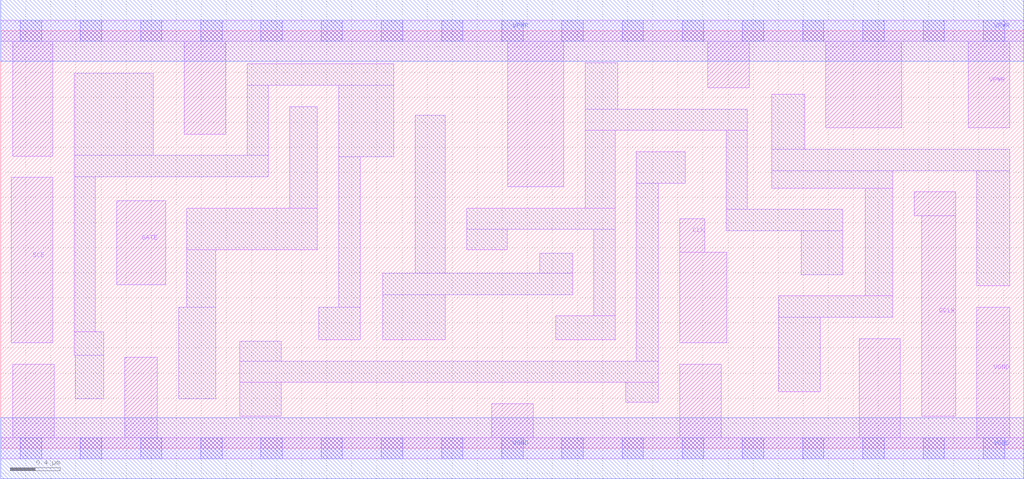
<source format=lef>
# Copyright 2020 The SkyWater PDK Authors
#
# Licensed under the Apache License, Version 2.0 (the "License");
# you may not use this file except in compliance with the License.
# You may obtain a copy of the License at
#
#     https://www.apache.org/licenses/LICENSE-2.0
#
# Unless required by applicable law or agreed to in writing, software
# distributed under the License is distributed on an "AS IS" BASIS,
# WITHOUT WARRANTIES OR CONDITIONS OF ANY KIND, either express or implied.
# See the License for the specific language governing permissions and
# limitations under the License.
#
# SPDX-License-Identifier: Apache-2.0

VERSION 5.7 ;
  NAMESCASESENSITIVE ON ;
  NOWIREEXTENSIONATPIN ON ;
  DIVIDERCHAR "/" ;
  BUSBITCHARS "[]" ;
UNITS
  DATABASE MICRONS 200 ;
END UNITS
MACRO sky130_fd_sc_lp__sdlclkp_2
  CLASS CORE ;
  SOURCE USER ;
  FOREIGN sky130_fd_sc_lp__sdlclkp_2 ;
  ORIGIN  0.000000  0.000000 ;
  SIZE  8.160000 BY  3.330000 ;
  SYMMETRY X Y R90 ;
  SITE unit ;
  PIN GATE
    ANTENNAGATEAREA  0.159000 ;
    DIRECTION INPUT ;
    USE SIGNAL ;
    PORT
      LAYER li1 ;
        RECT 0.925000 1.305000 1.315000 1.975000 ;
    END
  END GATE
  PIN GCLK
    ANTENNADIFFAREA  0.588000 ;
    DIRECTION OUTPUT ;
    USE SIGNAL ;
    PORT
      LAYER li1 ;
        RECT 7.285000 1.855000 7.615000 2.045000 ;
        RECT 7.345000 0.255000 7.615000 1.855000 ;
    END
  END GCLK
  PIN SCE
    ANTENNAGATEAREA  0.159000 ;
    DIRECTION INPUT ;
    USE SIGNAL ;
    PORT
      LAYER li1 ;
        RECT 0.085000 0.840000 0.415000 2.160000 ;
    END
  END SCE
  PIN CLK
    ANTENNAGATEAREA  0.318000 ;
    DIRECTION INPUT ;
    USE CLOCK ;
    PORT
      LAYER li1 ;
        RECT 5.415000 0.840000 5.790000 1.565000 ;
        RECT 5.415000 1.565000 5.615000 1.830000 ;
    END
  END CLK
  PIN VGND
    DIRECTION INOUT ;
    USE GROUND ;
    PORT
      LAYER li1 ;
        RECT 0.000000 -0.085000 8.160000 0.085000 ;
        RECT 0.095000  0.085000 0.425000 0.670000 ;
        RECT 0.990000  0.085000 1.250000 0.725000 ;
        RECT 3.915000  0.085000 4.245000 0.355000 ;
        RECT 5.415000  0.085000 5.745000 0.670000 ;
        RECT 6.845000  0.085000 7.175000 0.875000 ;
        RECT 7.785000  0.085000 8.045000 1.125000 ;
      LAYER mcon ;
        RECT 0.155000 -0.085000 0.325000 0.085000 ;
        RECT 0.635000 -0.085000 0.805000 0.085000 ;
        RECT 1.115000 -0.085000 1.285000 0.085000 ;
        RECT 1.595000 -0.085000 1.765000 0.085000 ;
        RECT 2.075000 -0.085000 2.245000 0.085000 ;
        RECT 2.555000 -0.085000 2.725000 0.085000 ;
        RECT 3.035000 -0.085000 3.205000 0.085000 ;
        RECT 3.515000 -0.085000 3.685000 0.085000 ;
        RECT 3.995000 -0.085000 4.165000 0.085000 ;
        RECT 4.475000 -0.085000 4.645000 0.085000 ;
        RECT 4.955000 -0.085000 5.125000 0.085000 ;
        RECT 5.435000 -0.085000 5.605000 0.085000 ;
        RECT 5.915000 -0.085000 6.085000 0.085000 ;
        RECT 6.395000 -0.085000 6.565000 0.085000 ;
        RECT 6.875000 -0.085000 7.045000 0.085000 ;
        RECT 7.355000 -0.085000 7.525000 0.085000 ;
        RECT 7.835000 -0.085000 8.005000 0.085000 ;
      LAYER met1 ;
        RECT 0.000000 -0.245000 8.160000 0.245000 ;
    END
  END VGND
  PIN VPWR
    DIRECTION INOUT ;
    USE POWER ;
    PORT
      LAYER li1 ;
        RECT 0.000000 3.245000 8.160000 3.415000 ;
        RECT 0.095000 2.330000 0.415000 3.245000 ;
        RECT 1.465000 2.505000 1.795000 3.245000 ;
        RECT 4.045000 2.085000 4.490000 3.245000 ;
        RECT 5.640000 2.875000 5.970000 3.245000 ;
        RECT 6.580000 2.555000 7.185000 3.245000 ;
        RECT 7.715000 2.555000 8.045000 3.245000 ;
      LAYER mcon ;
        RECT 0.155000 3.245000 0.325000 3.415000 ;
        RECT 0.635000 3.245000 0.805000 3.415000 ;
        RECT 1.115000 3.245000 1.285000 3.415000 ;
        RECT 1.595000 3.245000 1.765000 3.415000 ;
        RECT 2.075000 3.245000 2.245000 3.415000 ;
        RECT 2.555000 3.245000 2.725000 3.415000 ;
        RECT 3.035000 3.245000 3.205000 3.415000 ;
        RECT 3.515000 3.245000 3.685000 3.415000 ;
        RECT 3.995000 3.245000 4.165000 3.415000 ;
        RECT 4.475000 3.245000 4.645000 3.415000 ;
        RECT 4.955000 3.245000 5.125000 3.415000 ;
        RECT 5.435000 3.245000 5.605000 3.415000 ;
        RECT 5.915000 3.245000 6.085000 3.415000 ;
        RECT 6.395000 3.245000 6.565000 3.415000 ;
        RECT 6.875000 3.245000 7.045000 3.415000 ;
        RECT 7.355000 3.245000 7.525000 3.415000 ;
        RECT 7.835000 3.245000 8.005000 3.415000 ;
      LAYER met1 ;
        RECT 0.000000 3.085000 8.160000 3.575000 ;
    END
  END VPWR
  OBS
    LAYER li1 ;
      RECT 0.585000 0.740000 0.820000 0.930000 ;
      RECT 0.585000 0.930000 0.755000 2.165000 ;
      RECT 0.585000 2.165000 2.135000 2.335000 ;
      RECT 0.585000 2.335000 1.215000 2.990000 ;
      RECT 0.595000 0.395000 0.820000 0.740000 ;
      RECT 1.420000 0.395000 1.715000 1.125000 ;
      RECT 1.485000 1.125000 1.715000 1.585000 ;
      RECT 1.485000 1.585000 2.525000 1.915000 ;
      RECT 1.905000 0.255000 2.235000 0.525000 ;
      RECT 1.905000 0.525000 5.245000 0.695000 ;
      RECT 1.905000 0.695000 2.235000 0.855000 ;
      RECT 1.965000 2.335000 2.135000 2.895000 ;
      RECT 1.965000 2.895000 3.135000 3.065000 ;
      RECT 2.305000 1.915000 2.525000 2.725000 ;
      RECT 2.535000 0.865000 2.865000 1.125000 ;
      RECT 2.695000 1.125000 2.865000 2.325000 ;
      RECT 2.695000 2.325000 3.135000 2.895000 ;
      RECT 3.045000 0.865000 3.545000 1.225000 ;
      RECT 3.045000 1.225000 4.560000 1.395000 ;
      RECT 3.305000 1.395000 3.545000 2.655000 ;
      RECT 3.715000 1.585000 4.040000 1.745000 ;
      RECT 3.715000 1.745000 4.900000 1.915000 ;
      RECT 4.300000 1.395000 4.560000 1.555000 ;
      RECT 4.425000 0.865000 4.900000 1.055000 ;
      RECT 4.660000 1.915000 4.900000 2.535000 ;
      RECT 4.660000 2.535000 5.955000 2.705000 ;
      RECT 4.660000 2.705000 4.920000 3.075000 ;
      RECT 4.730000 1.055000 4.900000 1.745000 ;
      RECT 4.985000 0.365000 5.245000 0.525000 ;
      RECT 5.070000 0.695000 5.245000 2.115000 ;
      RECT 5.070000 2.115000 5.460000 2.365000 ;
      RECT 5.785000 1.735000 6.715000 1.905000 ;
      RECT 5.785000 1.905000 5.955000 2.535000 ;
      RECT 6.150000 2.075000 7.115000 2.215000 ;
      RECT 6.150000 2.215000 8.045000 2.385000 ;
      RECT 6.150000 2.385000 6.410000 2.825000 ;
      RECT 6.205000 0.450000 6.535000 1.045000 ;
      RECT 6.205000 1.045000 7.115000 1.215000 ;
      RECT 6.385000 1.385000 6.715000 1.735000 ;
      RECT 6.895000 1.215000 7.115000 2.075000 ;
      RECT 7.785000 1.295000 8.045000 2.215000 ;
  END
END sky130_fd_sc_lp__sdlclkp_2

</source>
